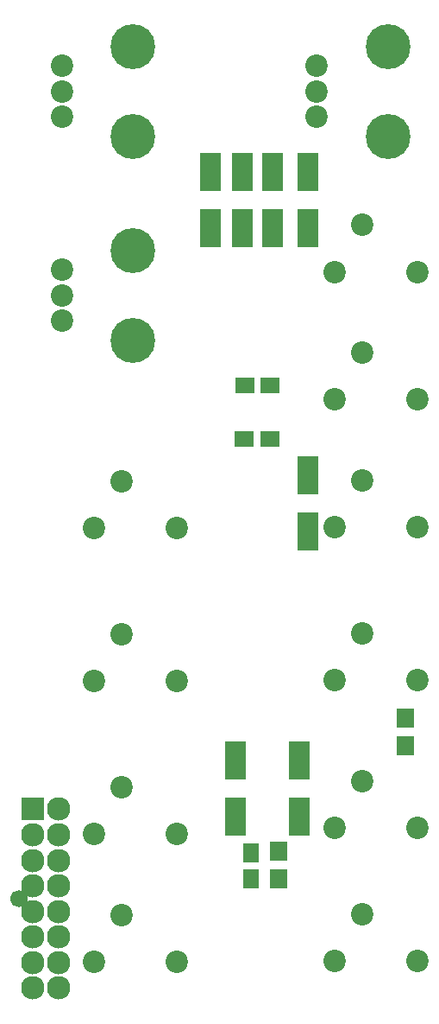
<source format=gbr>
%TF.GenerationSoftware,KiCad,Pcbnew,4.0.7*%
%TF.CreationDate,2018-02-11T21:06:32+01:00*%
%TF.ProjectId,vco,76636F2E6B696361645F706362000000,rev?*%
%TF.FileFunction,Soldermask,Top*%
%FSLAX46Y46*%
G04 Gerber Fmt 4.6, Leading zero omitted, Abs format (unit mm)*
G04 Created by KiCad (PCBNEW 4.0.7) date 02/11/18 21:06:32*
%MOMM*%
%LPD*%
G01*
G04 APERTURE LIST*
%ADD10C,0.100000*%
%ADD11C,2.200000*%
%ADD12C,4.400000*%
%ADD13R,2.300000X2.300000*%
%ADD14C,2.300000*%
%ADD15C,1.700000*%
%ADD16R,1.650000X1.900000*%
%ADD17R,1.900000X1.650000*%
%ADD18R,2.100000X3.700000*%
%ADD19R,1.700000X1.900000*%
G04 APERTURE END LIST*
D10*
D11*
X155500000Y-36900000D03*
X155500000Y-39400000D03*
X155500000Y-41900000D03*
D12*
X162500000Y-35000000D03*
X162500000Y-43800000D03*
D11*
X180500000Y-36900000D03*
X180500000Y-39400000D03*
X180500000Y-41900000D03*
D12*
X187500000Y-35000000D03*
X187500000Y-43800000D03*
D11*
X155500000Y-56900000D03*
X155500000Y-59400000D03*
X155500000Y-61900000D03*
D12*
X162500000Y-55000000D03*
X162500000Y-63800000D03*
D11*
X182300000Y-69600000D03*
X190400000Y-69600000D03*
X185000000Y-65000000D03*
D13*
X152650000Y-109750000D03*
D14*
X152650000Y-112250000D03*
X152650000Y-114750000D03*
X152650000Y-117250000D03*
X152650000Y-119750000D03*
X152650000Y-122250000D03*
X152650000Y-124750000D03*
X152650000Y-127250000D03*
X155150000Y-109750000D03*
X155150000Y-112250000D03*
X155150000Y-114750000D03*
X155150000Y-117250000D03*
X155150000Y-119750000D03*
X155150000Y-122250000D03*
X155150000Y-124750000D03*
X155150000Y-127250000D03*
D15*
X151310000Y-118500000D03*
D11*
X182300000Y-57100000D03*
X190400000Y-57100000D03*
X185000000Y-52500000D03*
X182300000Y-82100000D03*
X190400000Y-82100000D03*
X185000000Y-77500000D03*
X182300000Y-97100000D03*
X190400000Y-97100000D03*
X185000000Y-92500000D03*
X182300000Y-111600000D03*
X190400000Y-111600000D03*
X185000000Y-107000000D03*
X182300000Y-124600000D03*
X190400000Y-124600000D03*
X185000000Y-120000000D03*
X158700000Y-124700000D03*
X166800000Y-124700000D03*
X161400000Y-120100000D03*
X158700000Y-112200000D03*
X166800000Y-112200000D03*
X161400000Y-107600000D03*
X158700000Y-97200000D03*
X166800000Y-97200000D03*
X161400000Y-92600000D03*
X158700000Y-82200000D03*
X166800000Y-82200000D03*
X161400000Y-77600000D03*
D16*
X174100000Y-114050000D03*
X174100000Y-116550000D03*
D17*
X173400000Y-73500000D03*
X175900000Y-73500000D03*
X173450000Y-68250000D03*
X175950000Y-68250000D03*
D18*
X179700000Y-82500000D03*
X179700000Y-77000000D03*
X178800000Y-110500000D03*
X178800000Y-105000000D03*
X172550000Y-110500000D03*
X172550000Y-105000000D03*
X179622800Y-52800000D03*
X179622800Y-47300000D03*
X176222800Y-47313274D03*
X176222800Y-52813274D03*
X173222800Y-52813274D03*
X173222800Y-47313274D03*
X170122800Y-47313274D03*
X170122800Y-52813274D03*
D19*
X189200000Y-100850000D03*
X189200000Y-103550000D03*
X176800000Y-116550000D03*
X176800000Y-113850000D03*
M02*

</source>
